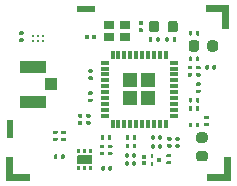
<source format=gbr>
%TF.GenerationSoftware,KiCad,Pcbnew,(5.1.6-0-10_14)*%
%TF.CreationDate,2020-10-31T13:09:24+09:00*%
%TF.ProjectId,RF920A,52463932-3041-42e6-9b69-6361645f7063,rev?*%
%TF.SameCoordinates,Original*%
%TF.FileFunction,Paste,Top*%
%TF.FilePolarity,Positive*%
%FSLAX46Y46*%
G04 Gerber Fmt 4.6, Leading zero omitted, Abs format (unit mm)*
G04 Created by KiCad (PCBNEW (5.1.6-0-10_14)) date 2020-10-31 13:09:24*
%MOMM*%
%LPD*%
G01*
G04 APERTURE LIST*
%ADD10R,0.600000X1.500000*%
%ADD11R,1.500000X0.600000*%
%ADD12C,0.100000*%
%ADD13R,0.700000X0.300000*%
%ADD14R,0.300000X0.700000*%
%ADD15R,1.230000X1.230000*%
%ADD16R,2.200000X1.050000*%
%ADD17R,1.050000X1.000000*%
%ADD18R,0.850000X0.750000*%
%ADD19C,0.250000*%
%ADD20R,0.250000X0.425000*%
%ADD21R,0.425000X0.325000*%
G04 APERTURE END LIST*
%TO.C,C1*%
G36*
G01*
X166863750Y-104830000D02*
X167376250Y-104830000D01*
G75*
G02*
X167595000Y-105048750I0J-218750D01*
G01*
X167595000Y-105486250D01*
G75*
G02*
X167376250Y-105705000I-218750J0D01*
G01*
X166863750Y-105705000D01*
G75*
G02*
X166645000Y-105486250I0J218750D01*
G01*
X166645000Y-105048750D01*
G75*
G02*
X166863750Y-104830000I218750J0D01*
G01*
G37*
G36*
G01*
X166863750Y-103255000D02*
X167376250Y-103255000D01*
G75*
G02*
X167595000Y-103473750I0J-218750D01*
G01*
X167595000Y-103911250D01*
G75*
G02*
X167376250Y-104130000I-218750J0D01*
G01*
X166863750Y-104130000D01*
G75*
G02*
X166645000Y-103911250I0J218750D01*
G01*
X166645000Y-103473750D01*
G75*
G02*
X166863750Y-103255000I218750J0D01*
G01*
G37*
%TD*%
D10*
%TO.C,U7*%
X150850000Y-102970000D03*
D11*
X157300000Y-92770000D03*
D12*
G36*
X167550000Y-106770000D02*
G01*
X168950000Y-106770000D01*
X168950000Y-105370000D01*
X169550000Y-105370000D01*
X169550000Y-107370000D01*
X167550000Y-107370000D01*
X167550000Y-106770000D01*
G37*
G36*
X168850000Y-94470000D02*
G01*
X168850000Y-93070000D01*
X167450000Y-93070000D01*
X167450000Y-92470000D01*
X169450000Y-92470000D01*
X169450000Y-94470000D01*
X168850000Y-94470000D01*
G37*
G36*
X151150000Y-105370000D02*
G01*
X151150000Y-106770000D01*
X152550000Y-106770000D01*
X152550000Y-107370000D01*
X150550000Y-107370000D01*
X150550000Y-105370000D01*
X151150000Y-105370000D01*
G37*
%TD*%
%TO.C,C48*%
G36*
G01*
X154575000Y-103700000D02*
X154825000Y-103700000D01*
G75*
G02*
X154900000Y-103775000I0J-75000D01*
G01*
X154900000Y-103925000D01*
G75*
G02*
X154825000Y-104000000I-75000J0D01*
G01*
X154575000Y-104000000D01*
G75*
G02*
X154500000Y-103925000I0J75000D01*
G01*
X154500000Y-103775000D01*
G75*
G02*
X154575000Y-103700000I75000J0D01*
G01*
G37*
G36*
G01*
X154575000Y-103100000D02*
X154825000Y-103100000D01*
G75*
G02*
X154900000Y-103175000I0J-75000D01*
G01*
X154900000Y-103325000D01*
G75*
G02*
X154825000Y-103400000I-75000J0D01*
G01*
X154575000Y-103400000D01*
G75*
G02*
X154500000Y-103325000I0J75000D01*
G01*
X154500000Y-103175000D01*
G75*
G02*
X154575000Y-103100000I75000J0D01*
G01*
G37*
%TD*%
%TO.C,C47*%
G36*
G01*
X154890000Y-105185000D02*
X154890000Y-105435000D01*
G75*
G02*
X154815000Y-105510000I-75000J0D01*
G01*
X154665000Y-105510000D01*
G75*
G02*
X154590000Y-105435000I0J75000D01*
G01*
X154590000Y-105185000D01*
G75*
G02*
X154665000Y-105110000I75000J0D01*
G01*
X154815000Y-105110000D01*
G75*
G02*
X154890000Y-105185000I0J-75000D01*
G01*
G37*
G36*
G01*
X155490000Y-105185000D02*
X155490000Y-105435000D01*
G75*
G02*
X155415000Y-105510000I-75000J0D01*
G01*
X155265000Y-105510000D01*
G75*
G02*
X155190000Y-105435000I0J75000D01*
G01*
X155190000Y-105185000D01*
G75*
G02*
X155265000Y-105110000I75000J0D01*
G01*
X155415000Y-105110000D01*
G75*
G02*
X155490000Y-105185000I0J-75000D01*
G01*
G37*
%TD*%
%TO.C,C46*%
G36*
G01*
X157375000Y-102300000D02*
X157625000Y-102300000D01*
G75*
G02*
X157700000Y-102375000I0J-75000D01*
G01*
X157700000Y-102525000D01*
G75*
G02*
X157625000Y-102600000I-75000J0D01*
G01*
X157375000Y-102600000D01*
G75*
G02*
X157300000Y-102525000I0J75000D01*
G01*
X157300000Y-102375000D01*
G75*
G02*
X157375000Y-102300000I75000J0D01*
G01*
G37*
G36*
G01*
X157375000Y-101700000D02*
X157625000Y-101700000D01*
G75*
G02*
X157700000Y-101775000I0J-75000D01*
G01*
X157700000Y-101925000D01*
G75*
G02*
X157625000Y-102000000I-75000J0D01*
G01*
X157375000Y-102000000D01*
G75*
G02*
X157300000Y-101925000I0J75000D01*
G01*
X157300000Y-101775000D01*
G75*
G02*
X157375000Y-101700000I75000J0D01*
G01*
G37*
%TD*%
%TO.C,C45*%
G36*
G01*
X159200000Y-106415000D02*
X159200000Y-106165000D01*
G75*
G02*
X159275000Y-106090000I75000J0D01*
G01*
X159425000Y-106090000D01*
G75*
G02*
X159500000Y-106165000I0J-75000D01*
G01*
X159500000Y-106415000D01*
G75*
G02*
X159425000Y-106490000I-75000J0D01*
G01*
X159275000Y-106490000D01*
G75*
G02*
X159200000Y-106415000I0J75000D01*
G01*
G37*
G36*
G01*
X158600000Y-106415000D02*
X158600000Y-106165000D01*
G75*
G02*
X158675000Y-106090000I75000J0D01*
G01*
X158825000Y-106090000D01*
G75*
G02*
X158900000Y-106165000I0J-75000D01*
G01*
X158900000Y-106415000D01*
G75*
G02*
X158825000Y-106490000I-75000J0D01*
G01*
X158675000Y-106490000D01*
G75*
G02*
X158600000Y-106415000I0J75000D01*
G01*
G37*
%TD*%
%TO.C,C44*%
G36*
G01*
X158525000Y-104900000D02*
X158775000Y-104900000D01*
G75*
G02*
X158850000Y-104975000I0J-75000D01*
G01*
X158850000Y-105125000D01*
G75*
G02*
X158775000Y-105200000I-75000J0D01*
G01*
X158525000Y-105200000D01*
G75*
G02*
X158450000Y-105125000I0J75000D01*
G01*
X158450000Y-104975000D01*
G75*
G02*
X158525000Y-104900000I75000J0D01*
G01*
G37*
G36*
G01*
X158525000Y-104300000D02*
X158775000Y-104300000D01*
G75*
G02*
X158850000Y-104375000I0J-75000D01*
G01*
X158850000Y-104525000D01*
G75*
G02*
X158775000Y-104600000I-75000J0D01*
G01*
X158525000Y-104600000D01*
G75*
G02*
X158450000Y-104525000I0J75000D01*
G01*
X158450000Y-104375000D01*
G75*
G02*
X158525000Y-104300000I75000J0D01*
G01*
G37*
%TD*%
%TO.C,C43*%
G36*
G01*
X155275000Y-103700000D02*
X155525000Y-103700000D01*
G75*
G02*
X155600000Y-103775000I0J-75000D01*
G01*
X155600000Y-103925000D01*
G75*
G02*
X155525000Y-104000000I-75000J0D01*
G01*
X155275000Y-104000000D01*
G75*
G02*
X155200000Y-103925000I0J75000D01*
G01*
X155200000Y-103775000D01*
G75*
G02*
X155275000Y-103700000I75000J0D01*
G01*
G37*
G36*
G01*
X155275000Y-103100000D02*
X155525000Y-103100000D01*
G75*
G02*
X155600000Y-103175000I0J-75000D01*
G01*
X155600000Y-103325000D01*
G75*
G02*
X155525000Y-103400000I-75000J0D01*
G01*
X155275000Y-103400000D01*
G75*
G02*
X155200000Y-103325000I0J75000D01*
G01*
X155200000Y-103175000D01*
G75*
G02*
X155275000Y-103100000I75000J0D01*
G01*
G37*
%TD*%
%TO.C,C42*%
G36*
G01*
X160920000Y-105775000D02*
X160920000Y-106025000D01*
G75*
G02*
X160845000Y-106100000I-75000J0D01*
G01*
X160695000Y-106100000D01*
G75*
G02*
X160620000Y-106025000I0J75000D01*
G01*
X160620000Y-105775000D01*
G75*
G02*
X160695000Y-105700000I75000J0D01*
G01*
X160845000Y-105700000D01*
G75*
G02*
X160920000Y-105775000I0J-75000D01*
G01*
G37*
G36*
G01*
X161520000Y-105775000D02*
X161520000Y-106025000D01*
G75*
G02*
X161445000Y-106100000I-75000J0D01*
G01*
X161295000Y-106100000D01*
G75*
G02*
X161220000Y-106025000I0J75000D01*
G01*
X161220000Y-105775000D01*
G75*
G02*
X161295000Y-105700000I75000J0D01*
G01*
X161445000Y-105700000D01*
G75*
G02*
X161520000Y-105775000I0J-75000D01*
G01*
G37*
%TD*%
%TO.C,C41*%
G36*
G01*
X159150000Y-103825000D02*
X159150000Y-103575000D01*
G75*
G02*
X159225000Y-103500000I75000J0D01*
G01*
X159375000Y-103500000D01*
G75*
G02*
X159450000Y-103575000I0J-75000D01*
G01*
X159450000Y-103825000D01*
G75*
G02*
X159375000Y-103900000I-75000J0D01*
G01*
X159225000Y-103900000D01*
G75*
G02*
X159150000Y-103825000I0J75000D01*
G01*
G37*
G36*
G01*
X158550000Y-103825000D02*
X158550000Y-103575000D01*
G75*
G02*
X158625000Y-103500000I75000J0D01*
G01*
X158775000Y-103500000D01*
G75*
G02*
X158850000Y-103575000I0J-75000D01*
G01*
X158850000Y-103825000D01*
G75*
G02*
X158775000Y-103900000I-75000J0D01*
G01*
X158625000Y-103900000D01*
G75*
G02*
X158550000Y-103825000I0J75000D01*
G01*
G37*
%TD*%
%TO.C,C40*%
G36*
G01*
X156925000Y-102000000D02*
X156675000Y-102000000D01*
G75*
G02*
X156600000Y-101925000I0J75000D01*
G01*
X156600000Y-101775000D01*
G75*
G02*
X156675000Y-101700000I75000J0D01*
G01*
X156925000Y-101700000D01*
G75*
G02*
X157000000Y-101775000I0J-75000D01*
G01*
X157000000Y-101925000D01*
G75*
G02*
X156925000Y-102000000I-75000J0D01*
G01*
G37*
G36*
G01*
X156925000Y-102600000D02*
X156675000Y-102600000D01*
G75*
G02*
X156600000Y-102525000I0J75000D01*
G01*
X156600000Y-102375000D01*
G75*
G02*
X156675000Y-102300000I75000J0D01*
G01*
X156925000Y-102300000D01*
G75*
G02*
X157000000Y-102375000I0J-75000D01*
G01*
X157000000Y-102525000D01*
G75*
G02*
X156925000Y-102600000I-75000J0D01*
G01*
G37*
%TD*%
%TO.C,C39*%
G36*
G01*
X159225000Y-104900000D02*
X159475000Y-104900000D01*
G75*
G02*
X159550000Y-104975000I0J-75000D01*
G01*
X159550000Y-105125000D01*
G75*
G02*
X159475000Y-105200000I-75000J0D01*
G01*
X159225000Y-105200000D01*
G75*
G02*
X159150000Y-105125000I0J75000D01*
G01*
X159150000Y-104975000D01*
G75*
G02*
X159225000Y-104900000I75000J0D01*
G01*
G37*
G36*
G01*
X159225000Y-104300000D02*
X159475000Y-104300000D01*
G75*
G02*
X159550000Y-104375000I0J-75000D01*
G01*
X159550000Y-104525000D01*
G75*
G02*
X159475000Y-104600000I-75000J0D01*
G01*
X159225000Y-104600000D01*
G75*
G02*
X159150000Y-104525000I0J75000D01*
G01*
X159150000Y-104375000D01*
G75*
G02*
X159225000Y-104300000I75000J0D01*
G01*
G37*
%TD*%
%TO.C,C38*%
G36*
G01*
X163120000Y-103575000D02*
X163120000Y-103825000D01*
G75*
G02*
X163045000Y-103900000I-75000J0D01*
G01*
X162895000Y-103900000D01*
G75*
G02*
X162820000Y-103825000I0J75000D01*
G01*
X162820000Y-103575000D01*
G75*
G02*
X162895000Y-103500000I75000J0D01*
G01*
X163045000Y-103500000D01*
G75*
G02*
X163120000Y-103575000I0J-75000D01*
G01*
G37*
G36*
G01*
X163720000Y-103575000D02*
X163720000Y-103825000D01*
G75*
G02*
X163645000Y-103900000I-75000J0D01*
G01*
X163495000Y-103900000D01*
G75*
G02*
X163420000Y-103825000I0J75000D01*
G01*
X163420000Y-103575000D01*
G75*
G02*
X163495000Y-103500000I75000J0D01*
G01*
X163645000Y-103500000D01*
G75*
G02*
X163720000Y-103575000I0J-75000D01*
G01*
G37*
%TD*%
%TO.C,C37*%
G36*
G01*
X163420000Y-104575000D02*
X163420000Y-104325000D01*
G75*
G02*
X163495000Y-104250000I75000J0D01*
G01*
X163645000Y-104250000D01*
G75*
G02*
X163720000Y-104325000I0J-75000D01*
G01*
X163720000Y-104575000D01*
G75*
G02*
X163645000Y-104650000I-75000J0D01*
G01*
X163495000Y-104650000D01*
G75*
G02*
X163420000Y-104575000I0J75000D01*
G01*
G37*
G36*
G01*
X162820000Y-104575000D02*
X162820000Y-104325000D01*
G75*
G02*
X162895000Y-104250000I75000J0D01*
G01*
X163045000Y-104250000D01*
G75*
G02*
X163120000Y-104325000I0J-75000D01*
G01*
X163120000Y-104575000D01*
G75*
G02*
X163045000Y-104650000I-75000J0D01*
G01*
X162895000Y-104650000D01*
G75*
G02*
X162820000Y-104575000I0J75000D01*
G01*
G37*
%TD*%
%TO.C,C36*%
G36*
G01*
X164191000Y-105670000D02*
X164441000Y-105670000D01*
G75*
G02*
X164516000Y-105745000I0J-75000D01*
G01*
X164516000Y-105895000D01*
G75*
G02*
X164441000Y-105970000I-75000J0D01*
G01*
X164191000Y-105970000D01*
G75*
G02*
X164116000Y-105895000I0J75000D01*
G01*
X164116000Y-105745000D01*
G75*
G02*
X164191000Y-105670000I75000J0D01*
G01*
G37*
G36*
G01*
X164191000Y-105070000D02*
X164441000Y-105070000D01*
G75*
G02*
X164516000Y-105145000I0J-75000D01*
G01*
X164516000Y-105295000D01*
G75*
G02*
X164441000Y-105370000I-75000J0D01*
G01*
X164191000Y-105370000D01*
G75*
G02*
X164116000Y-105295000I0J75000D01*
G01*
X164116000Y-105145000D01*
G75*
G02*
X164191000Y-105070000I75000J0D01*
G01*
G37*
%TD*%
%TO.C,C35*%
G36*
G01*
X160955000Y-104275000D02*
X160955000Y-104525000D01*
G75*
G02*
X160880000Y-104600000I-75000J0D01*
G01*
X160730000Y-104600000D01*
G75*
G02*
X160655000Y-104525000I0J75000D01*
G01*
X160655000Y-104275000D01*
G75*
G02*
X160730000Y-104200000I75000J0D01*
G01*
X160880000Y-104200000D01*
G75*
G02*
X160955000Y-104275000I0J-75000D01*
G01*
G37*
G36*
G01*
X161555000Y-104275000D02*
X161555000Y-104525000D01*
G75*
G02*
X161480000Y-104600000I-75000J0D01*
G01*
X161330000Y-104600000D01*
G75*
G02*
X161255000Y-104525000I0J75000D01*
G01*
X161255000Y-104275000D01*
G75*
G02*
X161330000Y-104200000I75000J0D01*
G01*
X161480000Y-104200000D01*
G75*
G02*
X161555000Y-104275000I0J-75000D01*
G01*
G37*
%TD*%
%TO.C,C34*%
G36*
G01*
X164925000Y-104250000D02*
X165175000Y-104250000D01*
G75*
G02*
X165250000Y-104325000I0J-75000D01*
G01*
X165250000Y-104475000D01*
G75*
G02*
X165175000Y-104550000I-75000J0D01*
G01*
X164925000Y-104550000D01*
G75*
G02*
X164850000Y-104475000I0J75000D01*
G01*
X164850000Y-104325000D01*
G75*
G02*
X164925000Y-104250000I75000J0D01*
G01*
G37*
G36*
G01*
X164925000Y-103650000D02*
X165175000Y-103650000D01*
G75*
G02*
X165250000Y-103725000I0J-75000D01*
G01*
X165250000Y-103875000D01*
G75*
G02*
X165175000Y-103950000I-75000J0D01*
G01*
X164925000Y-103950000D01*
G75*
G02*
X164850000Y-103875000I0J75000D01*
G01*
X164850000Y-103725000D01*
G75*
G02*
X164925000Y-103650000I75000J0D01*
G01*
G37*
%TD*%
%TO.C,C33*%
G36*
G01*
X160920000Y-105075000D02*
X160920000Y-105325000D01*
G75*
G02*
X160845000Y-105400000I-75000J0D01*
G01*
X160695000Y-105400000D01*
G75*
G02*
X160620000Y-105325000I0J75000D01*
G01*
X160620000Y-105075000D01*
G75*
G02*
X160695000Y-105000000I75000J0D01*
G01*
X160845000Y-105000000D01*
G75*
G02*
X160920000Y-105075000I0J-75000D01*
G01*
G37*
G36*
G01*
X161520000Y-105075000D02*
X161520000Y-105325000D01*
G75*
G02*
X161445000Y-105400000I-75000J0D01*
G01*
X161295000Y-105400000D01*
G75*
G02*
X161220000Y-105325000I0J75000D01*
G01*
X161220000Y-105075000D01*
G75*
G02*
X161295000Y-105000000I75000J0D01*
G01*
X161445000Y-105000000D01*
G75*
G02*
X161520000Y-105075000I0J-75000D01*
G01*
G37*
%TD*%
%TO.C,C32*%
G36*
G01*
X160960000Y-103575000D02*
X160960000Y-103825000D01*
G75*
G02*
X160885000Y-103900000I-75000J0D01*
G01*
X160735000Y-103900000D01*
G75*
G02*
X160660000Y-103825000I0J75000D01*
G01*
X160660000Y-103575000D01*
G75*
G02*
X160735000Y-103500000I75000J0D01*
G01*
X160885000Y-103500000D01*
G75*
G02*
X160960000Y-103575000I0J-75000D01*
G01*
G37*
G36*
G01*
X161560000Y-103575000D02*
X161560000Y-103825000D01*
G75*
G02*
X161485000Y-103900000I-75000J0D01*
G01*
X161335000Y-103900000D01*
G75*
G02*
X161260000Y-103825000I0J75000D01*
G01*
X161260000Y-103575000D01*
G75*
G02*
X161335000Y-103500000I75000J0D01*
G01*
X161485000Y-103500000D01*
G75*
G02*
X161560000Y-103575000I0J-75000D01*
G01*
G37*
%TD*%
%TO.C,C31*%
G36*
G01*
X164225000Y-104250000D02*
X164475000Y-104250000D01*
G75*
G02*
X164550000Y-104325000I0J-75000D01*
G01*
X164550000Y-104475000D01*
G75*
G02*
X164475000Y-104550000I-75000J0D01*
G01*
X164225000Y-104550000D01*
G75*
G02*
X164150000Y-104475000I0J75000D01*
G01*
X164150000Y-104325000D01*
G75*
G02*
X164225000Y-104250000I75000J0D01*
G01*
G37*
G36*
G01*
X164225000Y-103650000D02*
X164475000Y-103650000D01*
G75*
G02*
X164550000Y-103725000I0J-75000D01*
G01*
X164550000Y-103875000D01*
G75*
G02*
X164475000Y-103950000I-75000J0D01*
G01*
X164225000Y-103950000D01*
G75*
G02*
X164150000Y-103875000I0J75000D01*
G01*
X164150000Y-103725000D01*
G75*
G02*
X164225000Y-103650000I75000J0D01*
G01*
G37*
%TD*%
%TO.C,C29*%
G36*
G01*
X166300000Y-102515000D02*
X166300000Y-102765000D01*
G75*
G02*
X166225000Y-102840000I-75000J0D01*
G01*
X166075000Y-102840000D01*
G75*
G02*
X166000000Y-102765000I0J75000D01*
G01*
X166000000Y-102515000D01*
G75*
G02*
X166075000Y-102440000I75000J0D01*
G01*
X166225000Y-102440000D01*
G75*
G02*
X166300000Y-102515000I0J-75000D01*
G01*
G37*
G36*
G01*
X166900000Y-102515000D02*
X166900000Y-102765000D01*
G75*
G02*
X166825000Y-102840000I-75000J0D01*
G01*
X166675000Y-102840000D01*
G75*
G02*
X166600000Y-102765000I0J75000D01*
G01*
X166600000Y-102515000D01*
G75*
G02*
X166675000Y-102440000I75000J0D01*
G01*
X166825000Y-102440000D01*
G75*
G02*
X166900000Y-102515000I0J-75000D01*
G01*
G37*
%TD*%
%TO.C,C28*%
G36*
G01*
X167375000Y-102440000D02*
X167625000Y-102440000D01*
G75*
G02*
X167700000Y-102515000I0J-75000D01*
G01*
X167700000Y-102665000D01*
G75*
G02*
X167625000Y-102740000I-75000J0D01*
G01*
X167375000Y-102740000D01*
G75*
G02*
X167300000Y-102665000I0J75000D01*
G01*
X167300000Y-102515000D01*
G75*
G02*
X167375000Y-102440000I75000J0D01*
G01*
G37*
G36*
G01*
X167375000Y-101840000D02*
X167625000Y-101840000D01*
G75*
G02*
X167700000Y-101915000I0J-75000D01*
G01*
X167700000Y-102065000D01*
G75*
G02*
X167625000Y-102140000I-75000J0D01*
G01*
X167375000Y-102140000D01*
G75*
G02*
X167300000Y-102065000I0J75000D01*
G01*
X167300000Y-101915000D01*
G75*
G02*
X167375000Y-101840000I75000J0D01*
G01*
G37*
%TD*%
%TO.C,C26*%
G36*
G01*
X166600000Y-101355000D02*
X166600000Y-101105000D01*
G75*
G02*
X166675000Y-101030000I75000J0D01*
G01*
X166825000Y-101030000D01*
G75*
G02*
X166900000Y-101105000I0J-75000D01*
G01*
X166900000Y-101355000D01*
G75*
G02*
X166825000Y-101430000I-75000J0D01*
G01*
X166675000Y-101430000D01*
G75*
G02*
X166600000Y-101355000I0J75000D01*
G01*
G37*
G36*
G01*
X166000000Y-101355000D02*
X166000000Y-101105000D01*
G75*
G02*
X166075000Y-101030000I75000J0D01*
G01*
X166225000Y-101030000D01*
G75*
G02*
X166300000Y-101105000I0J-75000D01*
G01*
X166300000Y-101355000D01*
G75*
G02*
X166225000Y-101430000I-75000J0D01*
G01*
X166075000Y-101430000D01*
G75*
G02*
X166000000Y-101355000I0J75000D01*
G01*
G37*
%TD*%
%TO.C,C25*%
G36*
G01*
X157545000Y-100390000D02*
X157795000Y-100390000D01*
G75*
G02*
X157870000Y-100465000I0J-75000D01*
G01*
X157870000Y-100615000D01*
G75*
G02*
X157795000Y-100690000I-75000J0D01*
G01*
X157545000Y-100690000D01*
G75*
G02*
X157470000Y-100615000I0J75000D01*
G01*
X157470000Y-100465000D01*
G75*
G02*
X157545000Y-100390000I75000J0D01*
G01*
G37*
G36*
G01*
X157545000Y-99790000D02*
X157795000Y-99790000D01*
G75*
G02*
X157870000Y-99865000I0J-75000D01*
G01*
X157870000Y-100015000D01*
G75*
G02*
X157795000Y-100090000I-75000J0D01*
G01*
X157545000Y-100090000D01*
G75*
G02*
X157470000Y-100015000I0J75000D01*
G01*
X157470000Y-99865000D01*
G75*
G02*
X157545000Y-99790000I75000J0D01*
G01*
G37*
%TD*%
%TO.C,C24*%
G36*
G01*
X166600000Y-100655000D02*
X166600000Y-100405000D01*
G75*
G02*
X166675000Y-100330000I75000J0D01*
G01*
X166825000Y-100330000D01*
G75*
G02*
X166900000Y-100405000I0J-75000D01*
G01*
X166900000Y-100655000D01*
G75*
G02*
X166825000Y-100730000I-75000J0D01*
G01*
X166675000Y-100730000D01*
G75*
G02*
X166600000Y-100655000I0J75000D01*
G01*
G37*
G36*
G01*
X166000000Y-100655000D02*
X166000000Y-100405000D01*
G75*
G02*
X166075000Y-100330000I75000J0D01*
G01*
X166225000Y-100330000D01*
G75*
G02*
X166300000Y-100405000I0J-75000D01*
G01*
X166300000Y-100655000D01*
G75*
G02*
X166225000Y-100730000I-75000J0D01*
G01*
X166075000Y-100730000D01*
G75*
G02*
X166000000Y-100655000I0J75000D01*
G01*
G37*
%TD*%
%TO.C,C23*%
G36*
G01*
X166925000Y-99330000D02*
X166675000Y-99330000D01*
G75*
G02*
X166600000Y-99255000I0J75000D01*
G01*
X166600000Y-99105000D01*
G75*
G02*
X166675000Y-99030000I75000J0D01*
G01*
X166925000Y-99030000D01*
G75*
G02*
X167000000Y-99105000I0J-75000D01*
G01*
X167000000Y-99255000D01*
G75*
G02*
X166925000Y-99330000I-75000J0D01*
G01*
G37*
G36*
G01*
X166925000Y-99930000D02*
X166675000Y-99930000D01*
G75*
G02*
X166600000Y-99855000I0J75000D01*
G01*
X166600000Y-99705000D01*
G75*
G02*
X166675000Y-99630000I75000J0D01*
G01*
X166925000Y-99630000D01*
G75*
G02*
X167000000Y-99705000I0J-75000D01*
G01*
X167000000Y-99855000D01*
G75*
G02*
X166925000Y-99930000I-75000J0D01*
G01*
G37*
%TD*%
%TO.C,C22*%
G36*
G01*
X157575000Y-98510000D02*
X157825000Y-98510000D01*
G75*
G02*
X157900000Y-98585000I0J-75000D01*
G01*
X157900000Y-98735000D01*
G75*
G02*
X157825000Y-98810000I-75000J0D01*
G01*
X157575000Y-98810000D01*
G75*
G02*
X157500000Y-98735000I0J75000D01*
G01*
X157500000Y-98585000D01*
G75*
G02*
X157575000Y-98510000I75000J0D01*
G01*
G37*
G36*
G01*
X157575000Y-97910000D02*
X157825000Y-97910000D01*
G75*
G02*
X157900000Y-97985000I0J-75000D01*
G01*
X157900000Y-98135000D01*
G75*
G02*
X157825000Y-98210000I-75000J0D01*
G01*
X157575000Y-98210000D01*
G75*
G02*
X157500000Y-98135000I0J75000D01*
G01*
X157500000Y-97985000D01*
G75*
G02*
X157575000Y-97910000I75000J0D01*
G01*
G37*
%TD*%
%TO.C,C21*%
G36*
G01*
X166925000Y-97930000D02*
X166675000Y-97930000D01*
G75*
G02*
X166600000Y-97855000I0J75000D01*
G01*
X166600000Y-97705000D01*
G75*
G02*
X166675000Y-97630000I75000J0D01*
G01*
X166925000Y-97630000D01*
G75*
G02*
X167000000Y-97705000I0J-75000D01*
G01*
X167000000Y-97855000D01*
G75*
G02*
X166925000Y-97930000I-75000J0D01*
G01*
G37*
G36*
G01*
X166925000Y-98530000D02*
X166675000Y-98530000D01*
G75*
G02*
X166600000Y-98455000I0J75000D01*
G01*
X166600000Y-98305000D01*
G75*
G02*
X166675000Y-98230000I75000J0D01*
G01*
X166925000Y-98230000D01*
G75*
G02*
X167000000Y-98305000I0J-75000D01*
G01*
X167000000Y-98455000D01*
G75*
G02*
X166925000Y-98530000I-75000J0D01*
G01*
G37*
%TD*%
%TO.C,C20*%
G36*
G01*
X165975000Y-98230000D02*
X166225000Y-98230000D01*
G75*
G02*
X166300000Y-98305000I0J-75000D01*
G01*
X166300000Y-98455000D01*
G75*
G02*
X166225000Y-98530000I-75000J0D01*
G01*
X165975000Y-98530000D01*
G75*
G02*
X165900000Y-98455000I0J75000D01*
G01*
X165900000Y-98305000D01*
G75*
G02*
X165975000Y-98230000I75000J0D01*
G01*
G37*
G36*
G01*
X165975000Y-97630000D02*
X166225000Y-97630000D01*
G75*
G02*
X166300000Y-97705000I0J-75000D01*
G01*
X166300000Y-97855000D01*
G75*
G02*
X166225000Y-97930000I-75000J0D01*
G01*
X165975000Y-97930000D01*
G75*
G02*
X165900000Y-97855000I0J75000D01*
G01*
X165900000Y-97705000D01*
G75*
G02*
X165975000Y-97630000I75000J0D01*
G01*
G37*
%TD*%
%TO.C,C19*%
G36*
G01*
X167700000Y-97615000D02*
X167700000Y-97865000D01*
G75*
G02*
X167625000Y-97940000I-75000J0D01*
G01*
X167475000Y-97940000D01*
G75*
G02*
X167400000Y-97865000I0J75000D01*
G01*
X167400000Y-97615000D01*
G75*
G02*
X167475000Y-97540000I75000J0D01*
G01*
X167625000Y-97540000D01*
G75*
G02*
X167700000Y-97615000I0J-75000D01*
G01*
G37*
G36*
G01*
X168300000Y-97615000D02*
X168300000Y-97865000D01*
G75*
G02*
X168225000Y-97940000I-75000J0D01*
G01*
X168075000Y-97940000D01*
G75*
G02*
X168000000Y-97865000I0J75000D01*
G01*
X168000000Y-97615000D01*
G75*
G02*
X168075000Y-97540000I75000J0D01*
G01*
X168225000Y-97540000D01*
G75*
G02*
X168300000Y-97615000I0J-75000D01*
G01*
G37*
%TD*%
%TO.C,C18*%
G36*
G01*
X166600000Y-97155000D02*
X166600000Y-96905000D01*
G75*
G02*
X166675000Y-96830000I75000J0D01*
G01*
X166825000Y-96830000D01*
G75*
G02*
X166900000Y-96905000I0J-75000D01*
G01*
X166900000Y-97155000D01*
G75*
G02*
X166825000Y-97230000I-75000J0D01*
G01*
X166675000Y-97230000D01*
G75*
G02*
X166600000Y-97155000I0J75000D01*
G01*
G37*
G36*
G01*
X166000000Y-97155000D02*
X166000000Y-96905000D01*
G75*
G02*
X166075000Y-96830000I75000J0D01*
G01*
X166225000Y-96830000D01*
G75*
G02*
X166300000Y-96905000I0J-75000D01*
G01*
X166300000Y-97155000D01*
G75*
G02*
X166225000Y-97230000I-75000J0D01*
G01*
X166075000Y-97230000D01*
G75*
G02*
X166000000Y-97155000I0J75000D01*
G01*
G37*
%TD*%
%TO.C,C17*%
G36*
G01*
X166300000Y-94735000D02*
X166300000Y-94985000D01*
G75*
G02*
X166225000Y-95060000I-75000J0D01*
G01*
X166075000Y-95060000D01*
G75*
G02*
X166000000Y-94985000I0J75000D01*
G01*
X166000000Y-94735000D01*
G75*
G02*
X166075000Y-94660000I75000J0D01*
G01*
X166225000Y-94660000D01*
G75*
G02*
X166300000Y-94735000I0J-75000D01*
G01*
G37*
G36*
G01*
X166900000Y-94735000D02*
X166900000Y-94985000D01*
G75*
G02*
X166825000Y-95060000I-75000J0D01*
G01*
X166675000Y-95060000D01*
G75*
G02*
X166600000Y-94985000I0J75000D01*
G01*
X166600000Y-94735000D01*
G75*
G02*
X166675000Y-94660000I75000J0D01*
G01*
X166825000Y-94660000D01*
G75*
G02*
X166900000Y-94735000I0J-75000D01*
G01*
G37*
%TD*%
%TO.C,C16*%
G36*
G01*
X157540000Y-95055000D02*
X157540000Y-95305000D01*
G75*
G02*
X157465000Y-95380000I-75000J0D01*
G01*
X157315000Y-95380000D01*
G75*
G02*
X157240000Y-95305000I0J75000D01*
G01*
X157240000Y-95055000D01*
G75*
G02*
X157315000Y-94980000I75000J0D01*
G01*
X157465000Y-94980000D01*
G75*
G02*
X157540000Y-95055000I0J-75000D01*
G01*
G37*
G36*
G01*
X158140000Y-95055000D02*
X158140000Y-95305000D01*
G75*
G02*
X158065000Y-95380000I-75000J0D01*
G01*
X157915000Y-95380000D01*
G75*
G02*
X157840000Y-95305000I0J75000D01*
G01*
X157840000Y-95055000D01*
G75*
G02*
X157915000Y-94980000I75000J0D01*
G01*
X158065000Y-94980000D01*
G75*
G02*
X158140000Y-95055000I0J-75000D01*
G01*
G37*
%TD*%
%TO.C,C15*%
G36*
G01*
X162075000Y-94155000D02*
X161825000Y-94155000D01*
G75*
G02*
X161750000Y-94080000I0J75000D01*
G01*
X161750000Y-93930000D01*
G75*
G02*
X161825000Y-93855000I75000J0D01*
G01*
X162075000Y-93855000D01*
G75*
G02*
X162150000Y-93930000I0J-75000D01*
G01*
X162150000Y-94080000D01*
G75*
G02*
X162075000Y-94155000I-75000J0D01*
G01*
G37*
G36*
G01*
X162075000Y-94755000D02*
X161825000Y-94755000D01*
G75*
G02*
X161750000Y-94680000I0J75000D01*
G01*
X161750000Y-94530000D01*
G75*
G02*
X161825000Y-94455000I75000J0D01*
G01*
X162075000Y-94455000D01*
G75*
G02*
X162150000Y-94530000I0J-75000D01*
G01*
X162150000Y-94680000D01*
G75*
G02*
X162075000Y-94755000I-75000J0D01*
G01*
G37*
%TD*%
%TO.C,C12*%
G36*
G01*
X162930000Y-95265000D02*
X162930000Y-95515000D01*
G75*
G02*
X162855000Y-95590000I-75000J0D01*
G01*
X162705000Y-95590000D01*
G75*
G02*
X162630000Y-95515000I0J75000D01*
G01*
X162630000Y-95265000D01*
G75*
G02*
X162705000Y-95190000I75000J0D01*
G01*
X162855000Y-95190000D01*
G75*
G02*
X162930000Y-95265000I0J-75000D01*
G01*
G37*
G36*
G01*
X163530000Y-95265000D02*
X163530000Y-95515000D01*
G75*
G02*
X163455000Y-95590000I-75000J0D01*
G01*
X163305000Y-95590000D01*
G75*
G02*
X163230000Y-95515000I0J75000D01*
G01*
X163230000Y-95265000D01*
G75*
G02*
X163305000Y-95190000I75000J0D01*
G01*
X163455000Y-95190000D01*
G75*
G02*
X163530000Y-95265000I0J-75000D01*
G01*
G37*
%TD*%
%TO.C,C10*%
G36*
G01*
X164330000Y-95265000D02*
X164330000Y-95515000D01*
G75*
G02*
X164255000Y-95590000I-75000J0D01*
G01*
X164105000Y-95590000D01*
G75*
G02*
X164030000Y-95515000I0J75000D01*
G01*
X164030000Y-95265000D01*
G75*
G02*
X164105000Y-95190000I75000J0D01*
G01*
X164255000Y-95190000D01*
G75*
G02*
X164330000Y-95265000I0J-75000D01*
G01*
G37*
G36*
G01*
X164930000Y-95265000D02*
X164930000Y-95515000D01*
G75*
G02*
X164855000Y-95590000I-75000J0D01*
G01*
X164705000Y-95590000D01*
G75*
G02*
X164630000Y-95515000I0J75000D01*
G01*
X164630000Y-95265000D01*
G75*
G02*
X164705000Y-95190000I75000J0D01*
G01*
X164855000Y-95190000D01*
G75*
G02*
X164930000Y-95265000I0J-75000D01*
G01*
G37*
%TD*%
%TO.C,C5*%
G36*
G01*
X151695000Y-95300000D02*
X151945000Y-95300000D01*
G75*
G02*
X152020000Y-95375000I0J-75000D01*
G01*
X152020000Y-95525000D01*
G75*
G02*
X151945000Y-95600000I-75000J0D01*
G01*
X151695000Y-95600000D01*
G75*
G02*
X151620000Y-95525000I0J75000D01*
G01*
X151620000Y-95375000D01*
G75*
G02*
X151695000Y-95300000I75000J0D01*
G01*
G37*
G36*
G01*
X151695000Y-94700000D02*
X151945000Y-94700000D01*
G75*
G02*
X152020000Y-94775000I0J-75000D01*
G01*
X152020000Y-94925000D01*
G75*
G02*
X151945000Y-95000000I-75000J0D01*
G01*
X151695000Y-95000000D01*
G75*
G02*
X151620000Y-94925000I0J75000D01*
G01*
X151620000Y-94775000D01*
G75*
G02*
X151695000Y-94700000I75000J0D01*
G01*
G37*
%TD*%
D13*
%TO.C,U1*%
X164725000Y-97350000D03*
X164725000Y-97875000D03*
D14*
X164050000Y-102525000D03*
X163550000Y-102525000D03*
D13*
X158875000Y-101850000D03*
X158875000Y-101350000D03*
D14*
X159550000Y-96675000D03*
X160050000Y-96675000D03*
D15*
X162575000Y-100375000D03*
X162575000Y-98825000D03*
X161025000Y-98825000D03*
X161025000Y-100375000D03*
D13*
X164725000Y-98350000D03*
X164725000Y-98850000D03*
X164725000Y-99350000D03*
X164725000Y-99850000D03*
X164725000Y-100350000D03*
X164725000Y-100850000D03*
X164725000Y-101350000D03*
X164725000Y-101850000D03*
D14*
X163050000Y-102525000D03*
X162550000Y-102525000D03*
X162050000Y-102525000D03*
X161550000Y-102525000D03*
X161050000Y-102525000D03*
X160550000Y-102525000D03*
X160050000Y-102525000D03*
X159550000Y-102525000D03*
D13*
X158875000Y-100850000D03*
X158875000Y-100350000D03*
X158875000Y-99850000D03*
X158875000Y-99350000D03*
X158875000Y-98850000D03*
X158875000Y-98350000D03*
X158875000Y-97850000D03*
X158875000Y-97350000D03*
D14*
X160550000Y-96675000D03*
X161050000Y-96675000D03*
X161550000Y-96675000D03*
X162050000Y-96675000D03*
X162550000Y-96675000D03*
X163050000Y-96675000D03*
X163550000Y-96675000D03*
X164050000Y-96675000D03*
%TD*%
D16*
%TO.C,U2*%
X152790000Y-100665000D03*
D17*
X154315000Y-99190000D03*
D16*
X152790000Y-97715000D03*
%TD*%
D18*
%TO.C,U5*%
X160575000Y-95175000D03*
X159250000Y-95175000D03*
X159250000Y-94125000D03*
X160575000Y-94125000D03*
%TD*%
%TO.C,C13*%
G36*
G01*
X164212500Y-94556250D02*
X164212500Y-94043750D01*
G75*
G02*
X164431250Y-93825000I218750J0D01*
G01*
X164868750Y-93825000D01*
G75*
G02*
X165087500Y-94043750I0J-218750D01*
G01*
X165087500Y-94556250D01*
G75*
G02*
X164868750Y-94775000I-218750J0D01*
G01*
X164431250Y-94775000D01*
G75*
G02*
X164212500Y-94556250I0J218750D01*
G01*
G37*
G36*
G01*
X162637500Y-94556250D02*
X162637500Y-94043750D01*
G75*
G02*
X162856250Y-93825000I218750J0D01*
G01*
X163293750Y-93825000D01*
G75*
G02*
X163512500Y-94043750I0J-218750D01*
G01*
X163512500Y-94556250D01*
G75*
G02*
X163293750Y-94775000I-218750J0D01*
G01*
X162856250Y-94775000D01*
G75*
G02*
X162637500Y-94556250I0J218750D01*
G01*
G37*
%TD*%
%TO.C,C11*%
G36*
G01*
X166880000Y-95683750D02*
X166880000Y-96196250D01*
G75*
G02*
X166661250Y-96415000I-218750J0D01*
G01*
X166223750Y-96415000D01*
G75*
G02*
X166005000Y-96196250I0J218750D01*
G01*
X166005000Y-95683750D01*
G75*
G02*
X166223750Y-95465000I218750J0D01*
G01*
X166661250Y-95465000D01*
G75*
G02*
X166880000Y-95683750I0J-218750D01*
G01*
G37*
G36*
G01*
X168455000Y-95683750D02*
X168455000Y-96196250D01*
G75*
G02*
X168236250Y-96415000I-218750J0D01*
G01*
X167798750Y-96415000D01*
G75*
G02*
X167580000Y-96196250I0J218750D01*
G01*
X167580000Y-95683750D01*
G75*
G02*
X167798750Y-95465000I218750J0D01*
G01*
X168236250Y-95465000D01*
G75*
G02*
X168455000Y-95683750I0J-218750D01*
G01*
G37*
%TD*%
D19*
%TO.C,U6*%
X152850000Y-95090000D03*
X152850000Y-95490000D03*
X153250000Y-95090000D03*
X153250000Y-95490000D03*
X153650000Y-95490000D03*
X153650000Y-95090000D03*
%TD*%
D20*
%TO.C,U4*%
X162875000Y-105937500D03*
X162875000Y-105262500D03*
D21*
X162237500Y-105887500D03*
X162237500Y-105312500D03*
X163462500Y-105600000D03*
%TD*%
%TO.C,U3*%
G36*
G01*
X157790301Y-105910000D02*
X156589699Y-105910000D01*
G75*
G02*
X156540000Y-105860301I0J49699D01*
G01*
X156540000Y-105259699D01*
G75*
G02*
X156589699Y-105210000I49699J0D01*
G01*
X157790301Y-105210000D01*
G75*
G02*
X157840000Y-105259699I0J-49699D01*
G01*
X157840000Y-105860301D01*
G75*
G02*
X157790301Y-105910000I-49699J0D01*
G01*
G37*
G36*
G01*
X156765000Y-105010000D02*
X156615000Y-105010000D01*
G75*
G02*
X156565000Y-104960000I0J50000D01*
G01*
X156565000Y-104710000D01*
G75*
G02*
X156615000Y-104660000I50000J0D01*
G01*
X156765000Y-104660000D01*
G75*
G02*
X156815000Y-104710000I0J-50000D01*
G01*
X156815000Y-104960000D01*
G75*
G02*
X156765000Y-105010000I-50000J0D01*
G01*
G37*
G36*
G01*
X157265000Y-105010000D02*
X157115000Y-105010000D01*
G75*
G02*
X157065000Y-104960000I0J50000D01*
G01*
X157065000Y-104710000D01*
G75*
G02*
X157115000Y-104660000I50000J0D01*
G01*
X157265000Y-104660000D01*
G75*
G02*
X157315000Y-104710000I0J-50000D01*
G01*
X157315000Y-104960000D01*
G75*
G02*
X157265000Y-105010000I-50000J0D01*
G01*
G37*
G36*
G01*
X157790000Y-105010000D02*
X157640000Y-105010000D01*
G75*
G02*
X157590000Y-104960000I0J50000D01*
G01*
X157590000Y-104710000D01*
G75*
G02*
X157640000Y-104660000I50000J0D01*
G01*
X157790000Y-104660000D01*
G75*
G02*
X157840000Y-104710000I0J-50000D01*
G01*
X157840000Y-104960000D01*
G75*
G02*
X157790000Y-105010000I-50000J0D01*
G01*
G37*
G36*
G01*
X157765000Y-106460000D02*
X157615000Y-106460000D01*
G75*
G02*
X157565000Y-106410000I0J50000D01*
G01*
X157565000Y-106160000D01*
G75*
G02*
X157615000Y-106110000I50000J0D01*
G01*
X157765000Y-106110000D01*
G75*
G02*
X157815000Y-106160000I0J-50000D01*
G01*
X157815000Y-106410000D01*
G75*
G02*
X157765000Y-106460000I-50000J0D01*
G01*
G37*
G36*
G01*
X157265000Y-106460000D02*
X157115000Y-106460000D01*
G75*
G02*
X157065000Y-106410000I0J50000D01*
G01*
X157065000Y-106160000D01*
G75*
G02*
X157115000Y-106110000I50000J0D01*
G01*
X157265000Y-106110000D01*
G75*
G02*
X157315000Y-106160000I0J-50000D01*
G01*
X157315000Y-106410000D01*
G75*
G02*
X157265000Y-106460000I-50000J0D01*
G01*
G37*
G36*
G01*
X156765000Y-106460000D02*
X156615000Y-106460000D01*
G75*
G02*
X156565000Y-106410000I0J50000D01*
G01*
X156565000Y-106160000D01*
G75*
G02*
X156615000Y-106110000I50000J0D01*
G01*
X156765000Y-106110000D01*
G75*
G02*
X156815000Y-106160000I0J-50000D01*
G01*
X156815000Y-106410000D01*
G75*
G02*
X156765000Y-106460000I-50000J0D01*
G01*
G37*
%TD*%
M02*

</source>
